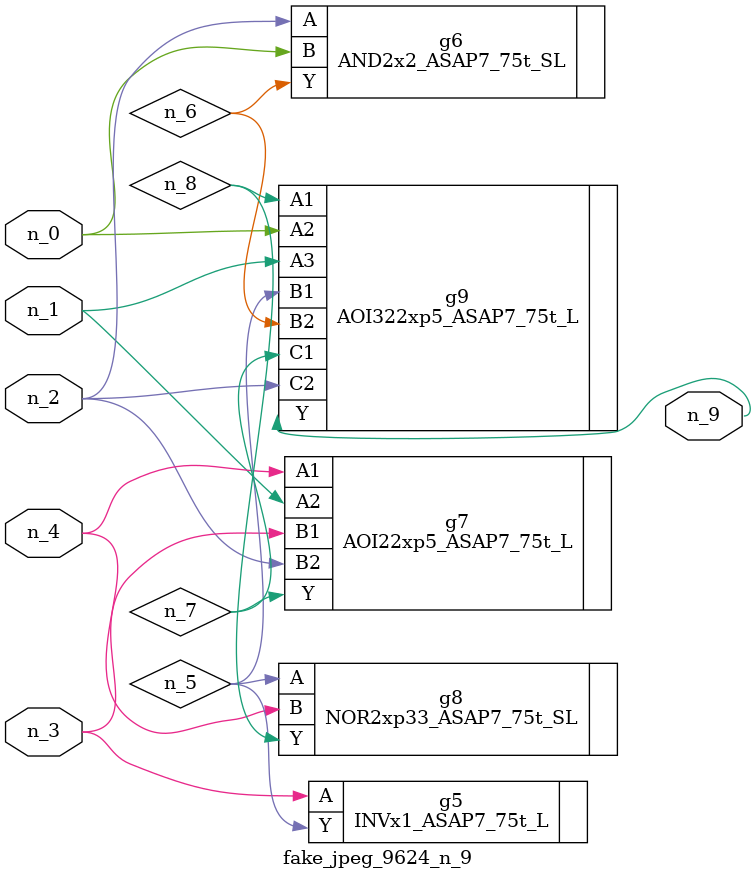
<source format=v>
module fake_jpeg_9624_n_9 (n_3, n_2, n_1, n_0, n_4, n_9);

input n_3;
input n_2;
input n_1;
input n_0;
input n_4;

output n_9;

wire n_8;
wire n_6;
wire n_5;
wire n_7;

INVx1_ASAP7_75t_L g5 ( 
.A(n_3),
.Y(n_5)
);

AND2x2_ASAP7_75t_SL g6 ( 
.A(n_2),
.B(n_0),
.Y(n_6)
);

AOI22xp5_ASAP7_75t_L g7 ( 
.A1(n_4),
.A2(n_1),
.B1(n_3),
.B2(n_2),
.Y(n_7)
);

NOR2xp33_ASAP7_75t_SL g8 ( 
.A(n_5),
.B(n_4),
.Y(n_8)
);

AOI322xp5_ASAP7_75t_L g9 ( 
.A1(n_8),
.A2(n_0),
.A3(n_1),
.B1(n_5),
.B2(n_6),
.C1(n_7),
.C2(n_2),
.Y(n_9)
);


endmodule
</source>
